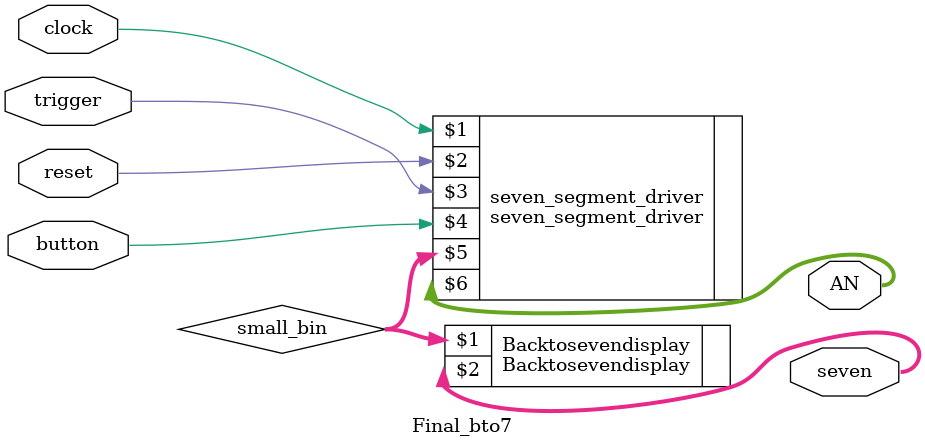
<source format=v>
`timescale 1ns / 1ps
module Final_bto7(seven, AN, button, clock, trigger, reset);

	output wire [6:0] seven;
	output wire [3:0] AN;
	

	input button, clock, trigger, reset;
	wire kHzclk;
	
	wire [3:0] small_bin;
	

	seven_segment_driver seven_segment_driver (clock, reset, trigger, button, small_bin, AN);
	Backtosevendisplay Backtosevendisplay (small_bin, seven);
endmodule

</source>
